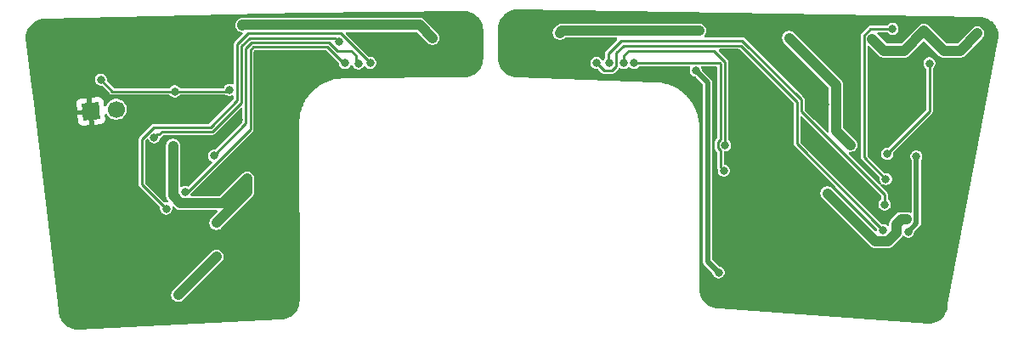
<source format=gbr>
%TF.GenerationSoftware,KiCad,Pcbnew,9.0.1*%
%TF.CreationDate,2025-06-09T02:27:09-04:00*%
%TF.ProjectId,Pneumatactors_1Xiao_3PiezoPumps_6Valves_TwoPiece,506e6575-6d61-4746-9163-746f72735f31,rev?*%
%TF.SameCoordinates,Original*%
%TF.FileFunction,Copper,L2,Bot*%
%TF.FilePolarity,Positive*%
%FSLAX46Y46*%
G04 Gerber Fmt 4.6, Leading zero omitted, Abs format (unit mm)*
G04 Created by KiCad (PCBNEW 9.0.1) date 2025-06-09 02:27:09*
%MOMM*%
%LPD*%
G01*
G04 APERTURE LIST*
G04 Aperture macros list*
%AMRotRect*
0 Rectangle, with rotation*
0 The origin of the aperture is its center*
0 $1 length*
0 $2 width*
0 $3 Rotation angle, in degrees counterclockwise*
0 Add horizontal line*
21,1,$1,$2,0,0,$3*%
G04 Aperture macros list end*
%TA.AperFunction,ComponentPad*%
%ADD10RotRect,1.700000X1.700000X95.000000*%
%TD*%
%TA.AperFunction,ComponentPad*%
%ADD11C,1.700000*%
%TD*%
%TA.AperFunction,ViaPad*%
%ADD12C,0.800000*%
%TD*%
%TA.AperFunction,Conductor*%
%ADD13C,1.000000*%
%TD*%
%TA.AperFunction,Conductor*%
%ADD14C,0.500000*%
%TD*%
%TA.AperFunction,Conductor*%
%ADD15C,0.250000*%
%TD*%
G04 APERTURE END LIST*
D10*
%TO.P,J1,1,Pin_1*%
%TO.N,GND*%
X145551665Y-65753375D03*
D11*
%TO.P,J1,2,Pin_2*%
%TO.N,5V*%
X148082000Y-65532000D03*
%TD*%
D12*
%TO.N,5V*%
X160655000Y-57150000D03*
X179578000Y-58420000D03*
X154262111Y-84034389D03*
X158066500Y-80230000D03*
%TO.N,Net-(D3-A)*%
X227797564Y-70242332D03*
X227007048Y-77724695D03*
%TO.N,Net-(D4-A)*%
X158066500Y-76864000D03*
X161150700Y-72441000D03*
X153748500Y-69177000D03*
%TO.N,GND*%
X181660800Y-61112400D03*
X164592000Y-65786000D03*
X180086000Y-56438800D03*
X173990000Y-58420000D03*
X156210000Y-70612000D03*
X154178000Y-85598000D03*
X143256000Y-72644000D03*
X155956000Y-56896000D03*
X145796000Y-58674000D03*
X158750000Y-60960000D03*
X160274000Y-66548000D03*
X163830000Y-71628000D03*
X144272000Y-82042000D03*
X163576000Y-81534000D03*
X167386000Y-61214000D03*
X141732000Y-64516000D03*
X151130000Y-62992000D03*
X177342800Y-58826400D03*
%TO.N,SCL*%
X159379213Y-63606520D03*
X146557144Y-62583448D03*
X153924000Y-63754000D03*
%TO.N,3V3*%
X223413205Y-58526795D03*
X228572575Y-57728125D03*
X233858823Y-57982125D03*
%TO.N,Net-(D1-K)*%
X205819688Y-61682389D03*
X208097953Y-81803514D03*
%TO.N,V3*%
X170271947Y-58836053D03*
X151873500Y-68326000D03*
%TO.N,V4*%
X173385000Y-60923800D03*
X153065000Y-75438000D03*
%TO.N,V5*%
X172212000Y-60960000D03*
X157812500Y-70160000D03*
%TO.N,V6*%
X154940000Y-73782000D03*
X170885000Y-60923800D03*
%TO.N,5V_1*%
X218948000Y-73914000D03*
X226846564Y-76476408D03*
X206168312Y-57697611D03*
X221234000Y-69088000D03*
X215138000Y-58420000D03*
X192278000Y-57912000D03*
%TO.N,GND_1*%
X215646000Y-56896000D03*
X190500000Y-56388000D03*
X215900000Y-73152000D03*
X221488000Y-66802000D03*
X224485200Y-65532000D03*
X230378000Y-83058000D03*
X230124000Y-77216000D03*
X229870000Y-68072000D03*
X206044800Y-64922400D03*
X227076000Y-63246000D03*
X218694000Y-65024000D03*
X224536000Y-60960000D03*
X210464400Y-62230000D03*
X212598000Y-68580000D03*
X232664000Y-63754000D03*
X210312000Y-83820000D03*
X233680000Y-65024000D03*
X212344000Y-65278000D03*
X220726000Y-80264000D03*
X197104000Y-56438800D03*
X213868000Y-58928000D03*
X229870000Y-69850000D03*
X221234000Y-85090000D03*
X193548000Y-59182000D03*
X187960000Y-60960000D03*
X211582000Y-80264000D03*
X221081600Y-72644000D03*
%TO.N,SDA_1*%
X224772532Y-72503449D03*
X225433470Y-57522530D03*
%TO.N,SCL_1*%
X224905466Y-69966930D03*
X229108000Y-60960000D03*
%TO.N,V6_1*%
X208629686Y-71657438D03*
X199701000Y-60923800D03*
%TO.N,V3_1*%
X195951000Y-60923800D03*
X224506666Y-77576487D03*
%TO.N,V5_1*%
X198652000Y-60923800D03*
X208762619Y-69120919D03*
%TO.N,V4_1*%
X224639599Y-75039968D03*
X197201000Y-60923800D03*
%TD*%
D13*
%TO.N,5V*%
X178301000Y-57143000D02*
X179578000Y-58420000D01*
X160655000Y-57150000D02*
X160662000Y-57143000D01*
X154262111Y-84034389D02*
X158066500Y-80230000D01*
X160662000Y-57143000D02*
X178301000Y-57143000D01*
D14*
%TO.N,Net-(D3-A)*%
X227797564Y-70242332D02*
X227797564Y-76934179D01*
X227797564Y-76934179D02*
X227007048Y-77724695D01*
D13*
%TO.N,Net-(D4-A)*%
X161150700Y-72441000D02*
X161150700Y-73779800D01*
X158708700Y-74883000D02*
X154483950Y-74883000D01*
X161150700Y-73779800D02*
X158066500Y-76864000D01*
X153748500Y-74147550D02*
X153748500Y-69177000D01*
X161150700Y-72441000D02*
X158708700Y-74883000D01*
X154483950Y-74883000D02*
X153748500Y-74147550D01*
D15*
%TO.N,SCL*%
X147727696Y-63754000D02*
X146557144Y-62583448D01*
X153924000Y-63754000D02*
X159231733Y-63754000D01*
X159231733Y-63754000D02*
X159379213Y-63606520D01*
X153924000Y-63754000D02*
X147727696Y-63754000D01*
D13*
%TO.N,3V3*%
X224576410Y-59690000D02*
X226610700Y-59690000D01*
X232150948Y-59690000D02*
X233858823Y-57982125D01*
X226610700Y-59690000D02*
X228572575Y-57728125D01*
X230534450Y-59690000D02*
X232150948Y-59690000D01*
X228572575Y-57728125D02*
X230534450Y-59690000D01*
X223413205Y-58526795D02*
X224576410Y-59690000D01*
D14*
%TO.N,Net-(D1-K)*%
X207010000Y-80715561D02*
X207010000Y-62872701D01*
X207010000Y-80715561D02*
X208097953Y-81803514D01*
X207010000Y-62872701D02*
X205819688Y-61682389D01*
D15*
%TO.N,V3*%
X152148500Y-68051000D02*
X152361030Y-68051000D01*
X160555213Y-64866977D02*
X160555213Y-59255376D01*
X152361030Y-68051000D02*
X152651030Y-67761000D01*
X151873500Y-68326000D02*
X152148500Y-68051000D01*
X160555213Y-59255376D02*
X161390589Y-58420000D01*
X152651030Y-67761000D02*
X157661190Y-67761000D01*
X157661190Y-67761000D02*
X160555213Y-64866977D01*
X169855894Y-58420000D02*
X170271947Y-58836053D01*
X161390589Y-58420000D02*
X169855894Y-58420000D01*
%TO.N,V4*%
X150628213Y-73001213D02*
X150628213Y-68544567D01*
X157474380Y-67310000D02*
X160104213Y-64680167D01*
X153065000Y-75438000D02*
X150628213Y-73001213D01*
X161203779Y-57969000D02*
X170430200Y-57969000D01*
X170430200Y-57969000D02*
X173385000Y-60923800D01*
X150628213Y-68544567D02*
X151862780Y-67310000D01*
X151862780Y-67310000D02*
X157474380Y-67310000D01*
X160104213Y-59068566D02*
X161203779Y-57969000D01*
X160104213Y-64680167D02*
X160104213Y-59068566D01*
%TO.N,V5*%
X161006213Y-59442186D02*
X161006213Y-66966287D01*
X171958000Y-60706000D02*
X171958000Y-60134610D01*
X169280174Y-58871000D02*
X161577399Y-58871000D01*
X161577399Y-58871000D02*
X161006213Y-59442186D01*
X172212000Y-60960000D02*
X171958000Y-60706000D01*
X170099174Y-59690000D02*
X169280174Y-58871000D01*
X161006213Y-66966287D02*
X157812500Y-70160000D01*
X171513390Y-59690000D02*
X170099174Y-59690000D01*
X171958000Y-60134610D02*
X171513390Y-59690000D01*
%TO.N,V6*%
X155217220Y-73782000D02*
X161457213Y-67542007D01*
X170695164Y-60923800D02*
X170885000Y-60923800D01*
X161457213Y-59628996D02*
X161764209Y-59322000D01*
X161764209Y-59322000D02*
X169093364Y-59322000D01*
X154940000Y-73782000D02*
X155217220Y-73782000D01*
X161457213Y-67542007D02*
X161457213Y-59628996D01*
X169093364Y-59322000D02*
X170695164Y-60923800D01*
D13*
%TO.N,5V_1*%
X226316156Y-76476408D02*
X226846564Y-76476408D01*
X218948000Y-73914000D02*
X223711487Y-78677487D01*
X219795000Y-67649000D02*
X221234000Y-69088000D01*
X225806000Y-77834203D02*
X225806000Y-76986564D01*
X192492389Y-57697611D02*
X206168312Y-57697611D01*
X225806000Y-76986564D02*
X226316156Y-76476408D01*
X219795000Y-63077000D02*
X219795000Y-67649000D01*
X223711487Y-78677487D02*
X224962716Y-78677487D01*
X224962716Y-78677487D02*
X225806000Y-77834203D01*
X215138000Y-58420000D02*
X219795000Y-63077000D01*
X192278000Y-57912000D02*
X192492389Y-57697611D01*
D15*
%TO.N,SDA_1*%
X225433470Y-57522530D02*
X223249330Y-57522530D01*
X222587205Y-58184655D02*
X222587205Y-70318122D01*
X223249330Y-57522530D02*
X222587205Y-58184655D01*
X222587205Y-70318122D02*
X224772532Y-72503449D01*
%TO.N,SCL_1*%
X229108000Y-60960000D02*
X229108000Y-65764396D01*
X229108000Y-65764396D02*
X224905466Y-69966930D01*
%TO.N,V6_1*%
X208240990Y-60923800D02*
X199701000Y-60923800D01*
X208036619Y-68820199D02*
X208280000Y-68576818D01*
X208280000Y-69665020D02*
X208036619Y-69421639D01*
X208280000Y-60962810D02*
X208240990Y-60923800D01*
X208280000Y-71307752D02*
X208280000Y-69665020D01*
X208629686Y-71657438D02*
X208280000Y-71307752D01*
X208280000Y-68576818D02*
X208280000Y-60962810D01*
X208036619Y-69421639D02*
X208036619Y-68820199D01*
%TO.N,V3_1*%
X197927000Y-61224520D02*
X197927000Y-59883000D01*
X196677000Y-61649800D02*
X197501720Y-61649800D01*
X198628000Y-59182000D02*
X210312000Y-59182000D01*
X197927000Y-59883000D02*
X198628000Y-59182000D01*
X210312000Y-59182000D02*
X215900000Y-64770000D01*
X197501720Y-61649800D02*
X197927000Y-61224520D01*
X215900000Y-68969821D02*
X224506666Y-77576487D01*
X195951000Y-60923800D02*
X196677000Y-61649800D01*
X215900000Y-64770000D02*
X215900000Y-68969821D01*
%TO.N,V5_1*%
X208762619Y-60807619D02*
X207645000Y-59690000D01*
X199136000Y-59690000D02*
X198652000Y-60174000D01*
X198652000Y-60174000D02*
X198652000Y-60923800D01*
X208762619Y-69120919D02*
X208762619Y-60807619D01*
X207645000Y-59690000D02*
X199136000Y-59690000D01*
%TO.N,V4_1*%
X217460000Y-66838000D02*
X216351000Y-65729000D01*
X197104000Y-60826800D02*
X197201000Y-60923800D01*
X217896000Y-67274000D02*
X217896000Y-67263280D01*
X210441810Y-58674000D02*
X198374000Y-58674000D01*
X197104000Y-59944000D02*
X197104000Y-60826800D01*
X217470720Y-66838000D02*
X217460000Y-66838000D01*
X224639599Y-75039968D02*
X224639599Y-74017599D01*
X224639599Y-74017599D02*
X217896000Y-67274000D01*
X216351000Y-64583190D02*
X210441810Y-58674000D01*
X198374000Y-58674000D02*
X197104000Y-59944000D01*
X216351000Y-65729000D02*
X216351000Y-64583190D01*
X217896000Y-67263280D02*
X217470720Y-66838000D01*
%TD*%
%TA.AperFunction,Conductor*%
%TO.N,GND_1*%
G36*
X188068282Y-55576554D02*
G01*
X224429132Y-56177913D01*
X234061333Y-56337712D01*
X234109090Y-56338557D01*
X234109277Y-56338615D01*
X234115006Y-56338803D01*
X234333130Y-56353095D01*
X234342623Y-56354087D01*
X234387047Y-56360475D01*
X234393517Y-56361582D01*
X234584467Y-56399561D01*
X234595184Y-56402195D01*
X234630416Y-56412540D01*
X234635238Y-56414066D01*
X234828240Y-56479578D01*
X234839884Y-56484201D01*
X234856168Y-56491638D01*
X234859485Y-56493212D01*
X235055937Y-56590089D01*
X235069978Y-56598197D01*
X235263601Y-56727571D01*
X235276470Y-56737445D01*
X235451547Y-56890983D01*
X235463016Y-56902452D01*
X235616554Y-57077529D01*
X235626428Y-57090398D01*
X235755802Y-57284021D01*
X235763913Y-57298068D01*
X235860771Y-57494481D01*
X235862354Y-57497816D01*
X235869802Y-57514126D01*
X235874426Y-57525777D01*
X235939911Y-57718695D01*
X235941469Y-57723619D01*
X235951804Y-57758819D01*
X235954444Y-57769563D01*
X235992411Y-57960454D01*
X235993531Y-57966998D01*
X235999908Y-58011356D01*
X236000905Y-58020893D01*
X236014428Y-58227267D01*
X236012519Y-58258493D01*
X230942700Y-84974805D01*
X230935462Y-84988944D01*
X230935462Y-85001355D01*
X230935357Y-85006461D01*
X230934521Y-85026746D01*
X230934218Y-85027639D01*
X230934361Y-85029748D01*
X230920904Y-85235111D01*
X230919907Y-85244648D01*
X230913530Y-85289006D01*
X230912410Y-85295550D01*
X230874440Y-85486453D01*
X230871799Y-85497198D01*
X230861473Y-85532366D01*
X230859916Y-85537289D01*
X230794424Y-85730228D01*
X230789799Y-85741882D01*
X230782362Y-85758167D01*
X230780780Y-85761499D01*
X230683913Y-85957931D01*
X230675802Y-85971978D01*
X230546428Y-86165601D01*
X230536554Y-86178470D01*
X230383016Y-86353547D01*
X230371547Y-86365016D01*
X230196470Y-86518554D01*
X230183601Y-86528428D01*
X229989978Y-86657802D01*
X229975931Y-86665913D01*
X229779517Y-86762771D01*
X229776182Y-86764354D01*
X229759872Y-86771802D01*
X229748221Y-86776426D01*
X229555303Y-86841911D01*
X229550379Y-86843469D01*
X229515179Y-86853804D01*
X229504435Y-86856444D01*
X229313544Y-86894411D01*
X229307000Y-86895531D01*
X229262642Y-86901908D01*
X229253105Y-86902905D01*
X229039553Y-86916898D01*
X229022439Y-86916836D01*
X208149613Y-85396854D01*
X208140555Y-85393462D01*
X208107107Y-85393462D01*
X208098999Y-85393197D01*
X207880887Y-85378904D01*
X207871350Y-85377907D01*
X207826992Y-85371530D01*
X207820448Y-85370410D01*
X207629545Y-85332440D01*
X207618800Y-85329799D01*
X207583632Y-85319473D01*
X207578709Y-85317916D01*
X207385770Y-85252424D01*
X207374116Y-85247799D01*
X207357831Y-85240362D01*
X207354499Y-85238780D01*
X207158068Y-85141913D01*
X207144021Y-85133802D01*
X206950398Y-85004428D01*
X206937529Y-84994554D01*
X206762452Y-84841016D01*
X206750983Y-84829547D01*
X206597445Y-84654470D01*
X206587571Y-84641601D01*
X206458197Y-84447978D01*
X206450089Y-84433937D01*
X206353211Y-84237484D01*
X206351662Y-84234220D01*
X206344193Y-84217865D01*
X206339572Y-84206221D01*
X206304461Y-84102784D01*
X206274074Y-84013263D01*
X206272542Y-84008420D01*
X206262189Y-83973158D01*
X206259559Y-83962458D01*
X206221584Y-83771526D01*
X206220472Y-83765031D01*
X206214085Y-83720604D01*
X206213095Y-83711133D01*
X206198803Y-83493005D01*
X206198538Y-83484898D01*
X206198538Y-83438118D01*
X206198442Y-83437238D01*
X206169237Y-67596326D01*
X206169505Y-67587985D01*
X206179462Y-67436952D01*
X206182531Y-67390393D01*
X206180444Y-67307481D01*
X206172352Y-66986052D01*
X206125504Y-66584309D01*
X206042373Y-66188479D01*
X206019632Y-66114423D01*
X206018337Y-66108707D01*
X206011891Y-66089212D01*
X205950730Y-65890034D01*
X205923649Y-65801840D01*
X205923646Y-65801832D01*
X205888551Y-65716174D01*
X205883981Y-65702350D01*
X205868705Y-65667734D01*
X205770305Y-65427562D01*
X205720364Y-65331581D01*
X205711189Y-65310789D01*
X205688944Y-65271193D01*
X205628493Y-65155012D01*
X205583619Y-65068767D01*
X205583616Y-65068762D01*
X205583615Y-65068760D01*
X205516344Y-64963966D01*
X205501560Y-64937649D01*
X205474462Y-64898722D01*
X205365120Y-64728390D01*
X205278045Y-64616566D01*
X205257037Y-64586387D01*
X205227264Y-64551352D01*
X205225639Y-64549265D01*
X205225639Y-64549264D01*
X205116624Y-64409265D01*
X205009230Y-64294567D01*
X205009230Y-64294566D01*
X205007185Y-64292382D01*
X204979882Y-64260254D01*
X204949616Y-64230898D01*
X204947589Y-64228733D01*
X204947568Y-64228712D01*
X204944933Y-64225898D01*
X204884832Y-64161709D01*
X204840184Y-64114024D01*
X204840181Y-64114021D01*
X204840178Y-64114018D01*
X204705639Y-63994257D01*
X204672663Y-63962271D01*
X204643935Y-63939329D01*
X204641454Y-63937121D01*
X204538078Y-63845099D01*
X204538056Y-63845082D01*
X204377153Y-63726172D01*
X204375273Y-63724783D01*
X204338225Y-63695197D01*
X204312926Y-63678708D01*
X204225938Y-63614422D01*
X204212790Y-63604705D01*
X204019396Y-63487325D01*
X204019394Y-63487324D01*
X204017711Y-63486302D01*
X203979665Y-63461506D01*
X203959541Y-63450995D01*
X203956129Y-63448924D01*
X203956128Y-63448923D01*
X203867030Y-63394846D01*
X203851907Y-63387455D01*
X203635037Y-63281463D01*
X203633829Y-63280872D01*
X203600302Y-63263361D01*
X203586838Y-63257904D01*
X203582957Y-63256007D01*
X203582944Y-63256002D01*
X203525528Y-63227942D01*
X203503641Y-63217245D01*
X203494343Y-63213706D01*
X203223932Y-63110786D01*
X203223932Y-63110785D01*
X203222639Y-63110292D01*
X203203651Y-63102597D01*
X203198027Y-63100926D01*
X203193681Y-63099272D01*
X203193679Y-63099271D01*
X203125642Y-63073376D01*
X203125622Y-63073369D01*
X202836461Y-62992484D01*
X202736117Y-62964415D01*
X202338320Y-62891273D01*
X202338310Y-62891272D01*
X201935526Y-62854550D01*
X201735558Y-62854563D01*
X201731044Y-62854481D01*
X188086265Y-62358289D01*
X188086103Y-62358283D01*
X188036435Y-62356412D01*
X188036221Y-62356340D01*
X188033012Y-62356235D01*
X187906144Y-62347922D01*
X187814887Y-62341943D01*
X187805350Y-62340946D01*
X187761006Y-62334571D01*
X187754462Y-62333451D01*
X187563541Y-62295478D01*
X187552795Y-62292837D01*
X187517648Y-62282517D01*
X187512727Y-62280960D01*
X187319762Y-62215461D01*
X187308104Y-62210834D01*
X187291829Y-62203401D01*
X187288501Y-62201821D01*
X187092059Y-62104951D01*
X187078012Y-62096841D01*
X186896107Y-61975300D01*
X186884388Y-61967470D01*
X186871522Y-61957598D01*
X186866413Y-61953118D01*
X186696438Y-61804055D01*
X186684969Y-61792586D01*
X186620256Y-61718797D01*
X186531424Y-61617506D01*
X186521552Y-61604641D01*
X186520677Y-61603332D01*
X186392175Y-61411016D01*
X186384067Y-61396974D01*
X186381095Y-61390947D01*
X186287162Y-61200473D01*
X186285599Y-61197178D01*
X186283138Y-61191790D01*
X186278176Y-61180924D01*
X186273555Y-61169283D01*
X186208045Y-60976299D01*
X186206492Y-60971388D01*
X186196163Y-60936210D01*
X186193534Y-60925516D01*
X186155556Y-60734587D01*
X186154436Y-60728048D01*
X186148054Y-60683665D01*
X186147062Y-60674166D01*
X186132803Y-60456622D01*
X186132538Y-60448609D01*
X186132500Y-60401019D01*
X186132500Y-60400194D01*
X186132507Y-60400170D01*
X186132500Y-60400104D01*
X186132531Y-57980996D01*
X191577499Y-57980996D01*
X191604418Y-58116322D01*
X191604421Y-58116332D01*
X191657222Y-58243807D01*
X191733887Y-58358545D01*
X191831454Y-58456112D01*
X191946192Y-58532777D01*
X192073667Y-58585578D01*
X192073672Y-58585580D01*
X192073676Y-58585580D01*
X192073677Y-58585581D01*
X192209003Y-58612500D01*
X192209006Y-58612500D01*
X192346996Y-58612500D01*
X192438040Y-58594389D01*
X192482328Y-58585580D01*
X192546069Y-58559177D01*
X192609807Y-58532777D01*
X192609808Y-58532776D01*
X192609811Y-58532775D01*
X192724543Y-58456114D01*
X192724546Y-58456111D01*
X192746228Y-58434430D01*
X192807551Y-58400945D01*
X192833909Y-58398111D01*
X197890200Y-58398111D01*
X197957239Y-58417796D01*
X198002994Y-58470600D01*
X198012938Y-58539758D01*
X197983913Y-58603314D01*
X197977881Y-58609792D01*
X196843537Y-59744135D01*
X196843533Y-59744141D01*
X196800681Y-59818362D01*
X196800680Y-59818362D01*
X196790089Y-59857895D01*
X196790089Y-59857896D01*
X196778500Y-59901146D01*
X196778500Y-60445702D01*
X196758815Y-60512741D01*
X196755931Y-60517031D01*
X196749765Y-60525798D01*
X196720480Y-60555084D01*
X196680616Y-60624129D01*
X196677431Y-60628660D01*
X196654256Y-60647107D01*
X196632821Y-60667546D01*
X196627224Y-60668624D01*
X196622766Y-60672174D01*
X196593299Y-60675163D01*
X196564214Y-60680770D01*
X196558922Y-60678651D01*
X196553253Y-60679227D01*
X196526846Y-60665810D01*
X196499349Y-60654802D01*
X196494762Y-60649508D01*
X196490962Y-60647578D01*
X196486535Y-60640014D01*
X196468613Y-60619331D01*
X196431522Y-60555087D01*
X196431518Y-60555082D01*
X196319717Y-60443281D01*
X196319709Y-60443275D01*
X196182790Y-60364226D01*
X196182786Y-60364224D01*
X196182784Y-60364223D01*
X196030057Y-60323300D01*
X195871943Y-60323300D01*
X195719216Y-60364223D01*
X195719209Y-60364226D01*
X195582290Y-60443275D01*
X195582282Y-60443281D01*
X195470481Y-60555082D01*
X195470475Y-60555090D01*
X195391426Y-60692009D01*
X195391423Y-60692016D01*
X195350500Y-60844743D01*
X195350500Y-61002857D01*
X195384900Y-61131237D01*
X195391423Y-61155583D01*
X195391426Y-61155590D01*
X195470475Y-61292509D01*
X195470479Y-61292514D01*
X195470480Y-61292516D01*
X195582284Y-61404320D01*
X195582286Y-61404321D01*
X195582290Y-61404324D01*
X195688200Y-61465470D01*
X195719216Y-61483377D01*
X195871943Y-61524300D01*
X195871945Y-61524300D01*
X196038185Y-61524300D01*
X196038185Y-61527483D01*
X196092398Y-61535902D01*
X196127302Y-61560429D01*
X196477138Y-61910265D01*
X196551361Y-61953118D01*
X196634147Y-61975300D01*
X196634149Y-61975300D01*
X197544571Y-61975300D01*
X197544573Y-61975300D01*
X197627359Y-61953118D01*
X197701582Y-61910265D01*
X198126859Y-61484986D01*
X198126862Y-61484985D01*
X198167980Y-61443866D01*
X198220170Y-61415370D01*
X198229297Y-61410386D01*
X198229298Y-61410386D01*
X198229300Y-61410385D01*
X198273191Y-61413525D01*
X198298988Y-61415370D01*
X198298989Y-61415370D01*
X198298992Y-61415371D01*
X198298995Y-61415373D01*
X198317655Y-61424164D01*
X198420216Y-61483377D01*
X198572943Y-61524300D01*
X198572945Y-61524300D01*
X198731055Y-61524300D01*
X198731057Y-61524300D01*
X198883784Y-61483377D01*
X199020716Y-61404320D01*
X199088819Y-61336217D01*
X199150142Y-61302732D01*
X199219834Y-61307716D01*
X199264181Y-61336217D01*
X199332284Y-61404320D01*
X199332286Y-61404321D01*
X199332290Y-61404324D01*
X199438200Y-61465470D01*
X199469216Y-61483377D01*
X199621943Y-61524300D01*
X199621945Y-61524300D01*
X199780055Y-61524300D01*
X199780057Y-61524300D01*
X199932784Y-61483377D01*
X200069716Y-61404320D01*
X200181520Y-61292516D01*
X200181520Y-61292515D01*
X200187267Y-61286769D01*
X200189512Y-61289014D01*
X200233855Y-61256621D01*
X200275830Y-61249300D01*
X205161560Y-61249300D01*
X205228599Y-61268985D01*
X205274354Y-61321789D01*
X205284298Y-61390947D01*
X205268948Y-61435299D01*
X205260111Y-61450604D01*
X205260111Y-61450605D01*
X205219188Y-61603332D01*
X205219188Y-61761446D01*
X205259064Y-61910263D01*
X205260111Y-61914172D01*
X205260114Y-61914179D01*
X205339163Y-62051098D01*
X205339167Y-62051103D01*
X205339168Y-62051105D01*
X205450972Y-62162909D01*
X205450974Y-62162910D01*
X205450978Y-62162913D01*
X205587897Y-62241962D01*
X205587904Y-62241966D01*
X205740631Y-62282889D01*
X205740633Y-62282889D01*
X205747787Y-62283831D01*
X205811684Y-62312096D01*
X205819285Y-62319089D01*
X206523181Y-63022985D01*
X206556666Y-63084308D01*
X206559500Y-63110666D01*
X206559500Y-80774869D01*
X206583712Y-80865233D01*
X206590200Y-80889446D01*
X206590200Y-80889447D01*
X206590201Y-80889448D01*
X206649511Y-80992175D01*
X206649513Y-80992177D01*
X207461252Y-81803916D01*
X207494737Y-81865239D01*
X207496509Y-81875407D01*
X207497451Y-81882564D01*
X207538376Y-82035297D01*
X207538379Y-82035304D01*
X207617428Y-82172223D01*
X207617432Y-82172228D01*
X207617433Y-82172230D01*
X207729237Y-82284034D01*
X207729239Y-82284035D01*
X207729243Y-82284038D01*
X207866162Y-82363087D01*
X207866169Y-82363091D01*
X208018896Y-82404014D01*
X208018898Y-82404014D01*
X208177008Y-82404014D01*
X208177010Y-82404014D01*
X208329737Y-82363091D01*
X208466669Y-82284034D01*
X208578473Y-82172230D01*
X208657530Y-82035298D01*
X208698453Y-81882571D01*
X208698453Y-81724457D01*
X208657530Y-81571730D01*
X208657526Y-81571723D01*
X208578477Y-81434804D01*
X208578471Y-81434796D01*
X208466670Y-81322995D01*
X208466662Y-81322989D01*
X208329743Y-81243940D01*
X208329739Y-81243938D01*
X208329737Y-81243937D01*
X208177010Y-81203014D01*
X208177003Y-81203012D01*
X208169846Y-81202070D01*
X208105950Y-81173801D01*
X208098355Y-81166813D01*
X207496819Y-80565277D01*
X207463334Y-80503954D01*
X207460500Y-80477596D01*
X207460500Y-62813394D01*
X207460500Y-62813392D01*
X207429799Y-62698815D01*
X207390332Y-62630457D01*
X207370489Y-62596087D01*
X206456388Y-61681986D01*
X206425291Y-61629912D01*
X206420188Y-61612889D01*
X206420188Y-61603332D01*
X206379265Y-61450605D01*
X206363193Y-61422767D01*
X206359038Y-61408907D01*
X206358918Y-61387854D01*
X206353957Y-61367399D01*
X206358725Y-61353621D01*
X206358643Y-61339039D01*
X206369923Y-61321265D01*
X206376809Y-61301372D01*
X206388271Y-61292357D01*
X206396085Y-61280048D01*
X206415182Y-61271195D01*
X206431731Y-61258182D01*
X206451458Y-61254379D01*
X206459475Y-61250664D01*
X206466038Y-61251569D01*
X206477816Y-61249300D01*
X207830500Y-61249300D01*
X207897539Y-61268985D01*
X207943294Y-61321789D01*
X207954500Y-61373300D01*
X207954500Y-68390629D01*
X207934815Y-68457668D01*
X207918181Y-68478310D01*
X207776156Y-68620334D01*
X207776152Y-68620340D01*
X207733300Y-68694560D01*
X207726217Y-68720998D01*
X207726217Y-68720999D01*
X207717857Y-68752201D01*
X207711119Y-68777346D01*
X207711119Y-69378786D01*
X207711119Y-69464492D01*
X207716992Y-69486410D01*
X207733301Y-69547279D01*
X207758042Y-69590132D01*
X207776154Y-69621501D01*
X207918182Y-69763528D01*
X207951666Y-69824849D01*
X207954500Y-69851208D01*
X207954500Y-71350604D01*
X207976683Y-71433394D01*
X208013934Y-71497914D01*
X208030407Y-71565814D01*
X208029487Y-71576096D01*
X208029186Y-71578382D01*
X208029186Y-71736494D01*
X208070109Y-71889221D01*
X208070112Y-71889228D01*
X208149161Y-72026147D01*
X208149165Y-72026152D01*
X208149166Y-72026154D01*
X208260970Y-72137958D01*
X208260972Y-72137959D01*
X208260976Y-72137962D01*
X208379736Y-72206527D01*
X208397902Y-72217015D01*
X208550629Y-72257938D01*
X208550631Y-72257938D01*
X208708741Y-72257938D01*
X208708743Y-72257938D01*
X208861470Y-72217015D01*
X208998402Y-72137958D01*
X209110206Y-72026154D01*
X209189263Y-71889222D01*
X209230186Y-71736495D01*
X209230186Y-71578381D01*
X209189263Y-71425654D01*
X209145934Y-71350605D01*
X209110210Y-71288728D01*
X209110204Y-71288720D01*
X208998403Y-71176919D01*
X208998395Y-71176913D01*
X208861476Y-71097864D01*
X208861472Y-71097862D01*
X208861470Y-71097861D01*
X208708743Y-71056938D01*
X208708742Y-71056938D01*
X208700893Y-71054835D01*
X208701559Y-71052346D01*
X208649390Y-71029249D01*
X208610936Y-70970913D01*
X208605500Y-70934600D01*
X208605500Y-69845419D01*
X208625185Y-69778380D01*
X208677989Y-69732625D01*
X208729500Y-69721419D01*
X208841674Y-69721419D01*
X208841676Y-69721419D01*
X208994403Y-69680496D01*
X209131335Y-69601439D01*
X209243139Y-69489635D01*
X209322196Y-69352703D01*
X209363119Y-69199976D01*
X209363119Y-69041862D01*
X209322196Y-68889135D01*
X209266408Y-68792506D01*
X209243143Y-68752209D01*
X209243137Y-68752201D01*
X209125588Y-68634652D01*
X209127826Y-68632413D01*
X209095417Y-68587999D01*
X209088119Y-68546088D01*
X209088119Y-60764768D01*
X209088119Y-60764766D01*
X209071712Y-60703534D01*
X209065937Y-60681980D01*
X209023084Y-60607757D01*
X208134508Y-59719181D01*
X208101023Y-59657858D01*
X208106007Y-59588166D01*
X208147879Y-59532233D01*
X208213343Y-59507816D01*
X208222189Y-59507500D01*
X210125811Y-59507500D01*
X210192850Y-59527185D01*
X210213492Y-59543819D01*
X215538181Y-64868508D01*
X215571666Y-64929831D01*
X215574500Y-64956189D01*
X215574500Y-69012673D01*
X215596682Y-69095461D01*
X215615608Y-69128241D01*
X215639535Y-69169683D01*
X219763077Y-73293225D01*
X223870036Y-77400183D01*
X223884798Y-77427218D01*
X223901402Y-77453168D01*
X223901799Y-77458353D01*
X223903521Y-77461506D01*
X223906355Y-77488113D01*
X223906337Y-77496789D01*
X223906166Y-77497430D01*
X223906166Y-77582395D01*
X223896223Y-77616005D01*
X223886481Y-77649185D01*
X223886383Y-77649269D01*
X223886347Y-77649394D01*
X223859890Y-77672225D01*
X223833677Y-77694940D01*
X223833549Y-77694958D01*
X223833451Y-77695043D01*
X223799073Y-77699915D01*
X223764519Y-77704884D01*
X223764400Y-77704829D01*
X223764273Y-77704848D01*
X223732783Y-77690390D01*
X223700963Y-77675859D01*
X223700799Y-77675706D01*
X223700776Y-77675696D01*
X223700758Y-77675668D01*
X223694485Y-77669827D01*
X219394545Y-73369887D01*
X219279807Y-73293222D01*
X219152332Y-73240421D01*
X219152322Y-73240418D01*
X219016996Y-73213500D01*
X219016994Y-73213500D01*
X218879006Y-73213500D01*
X218879004Y-73213500D01*
X218743677Y-73240418D01*
X218743667Y-73240421D01*
X218616192Y-73293222D01*
X218501454Y-73369887D01*
X218403887Y-73467454D01*
X218327222Y-73582192D01*
X218274421Y-73709667D01*
X218274418Y-73709677D01*
X218247500Y-73845003D01*
X218247500Y-73845006D01*
X218247500Y-73982994D01*
X218247500Y-73982996D01*
X218247499Y-73982996D01*
X218274418Y-74118322D01*
X218274421Y-74118332D01*
X218327222Y-74245807D01*
X218403887Y-74360545D01*
X223264941Y-79221599D01*
X223379679Y-79298264D01*
X223507154Y-79351065D01*
X223507159Y-79351067D01*
X223507163Y-79351067D01*
X223507164Y-79351068D01*
X223642490Y-79377987D01*
X223642493Y-79377987D01*
X225031712Y-79377987D01*
X225122756Y-79359876D01*
X225167044Y-79351067D01*
X225230785Y-79324664D01*
X225294523Y-79298264D01*
X225294524Y-79298263D01*
X225294527Y-79298262D01*
X225409259Y-79221601D01*
X226350114Y-78280746D01*
X226411867Y-78188324D01*
X226465479Y-78143519D01*
X226534804Y-78134812D01*
X226597832Y-78164966D01*
X226602651Y-78169534D01*
X226638332Y-78205215D01*
X226638334Y-78205216D01*
X226638338Y-78205219D01*
X226769157Y-78280746D01*
X226775264Y-78284272D01*
X226927991Y-78325195D01*
X226927993Y-78325195D01*
X227086103Y-78325195D01*
X227086105Y-78325195D01*
X227238832Y-78284272D01*
X227375764Y-78205215D01*
X227487568Y-78093411D01*
X227566625Y-77956479D01*
X227607548Y-77803752D01*
X227607548Y-77803739D01*
X227608489Y-77796596D01*
X227636755Y-77732698D01*
X227643736Y-77725109D01*
X228158053Y-77210793D01*
X228202561Y-77133703D01*
X228217363Y-77108065D01*
X228248064Y-76993488D01*
X228248064Y-70692262D01*
X228267749Y-70625223D01*
X228273692Y-70616770D01*
X228278076Y-70611055D01*
X228278084Y-70611048D01*
X228283156Y-70602264D01*
X228326894Y-70526506D01*
X228357141Y-70474116D01*
X228398064Y-70321389D01*
X228398064Y-70163275D01*
X228357141Y-70010548D01*
X228315751Y-69938857D01*
X228278088Y-69873622D01*
X228278082Y-69873614D01*
X228166281Y-69761813D01*
X228166273Y-69761807D01*
X228029354Y-69682758D01*
X228029350Y-69682756D01*
X228029348Y-69682755D01*
X227876621Y-69641832D01*
X227718507Y-69641832D01*
X227565780Y-69682755D01*
X227565773Y-69682758D01*
X227428854Y-69761807D01*
X227428846Y-69761813D01*
X227317045Y-69873614D01*
X227317039Y-69873622D01*
X227237990Y-70010541D01*
X227237987Y-70010548D01*
X227197064Y-70163275D01*
X227197064Y-70321389D01*
X227230842Y-70447448D01*
X227237987Y-70474115D01*
X227237990Y-70474122D01*
X227317037Y-70611038D01*
X227317041Y-70611044D01*
X227317044Y-70611048D01*
X227317046Y-70611050D01*
X227321436Y-70616770D01*
X227346633Y-70681938D01*
X227347064Y-70692262D01*
X227347064Y-75739926D01*
X227327379Y-75806965D01*
X227274575Y-75852720D01*
X227205417Y-75862664D01*
X227175612Y-75854488D01*
X227123734Y-75833000D01*
X227050892Y-75802828D01*
X227050887Y-75802827D01*
X227050886Y-75802826D01*
X226915559Y-75775908D01*
X226915557Y-75775908D01*
X226385150Y-75775908D01*
X226247163Y-75775908D01*
X226247161Y-75775908D01*
X226111833Y-75802826D01*
X226111823Y-75802829D01*
X225984348Y-75855630D01*
X225869610Y-75932295D01*
X225261887Y-76540018D01*
X225185222Y-76654756D01*
X225132421Y-76782231D01*
X225132418Y-76782243D01*
X225111610Y-76886850D01*
X225111609Y-76886857D01*
X225109750Y-76896207D01*
X225105500Y-76917571D01*
X225105500Y-77029374D01*
X225105386Y-77032034D01*
X225094938Y-77062689D01*
X225085815Y-77093762D01*
X225083735Y-77095563D01*
X225082848Y-77098169D01*
X225057478Y-77118315D01*
X225033011Y-77139517D01*
X225030288Y-77139908D01*
X225028133Y-77141620D01*
X224995912Y-77144851D01*
X224963853Y-77149461D01*
X224961349Y-77148317D01*
X224958612Y-77148592D01*
X224929762Y-77133892D01*
X224900297Y-77120436D01*
X224896604Y-77116997D01*
X224896358Y-77116872D01*
X224896225Y-77116644D01*
X224893819Y-77114404D01*
X224875383Y-77095968D01*
X224875375Y-77095962D01*
X224738456Y-77016913D01*
X224738452Y-77016911D01*
X224738450Y-77016910D01*
X224585723Y-76975987D01*
X224427609Y-76975987D01*
X224419482Y-76975987D01*
X224419482Y-76972821D01*
X224365159Y-76964333D01*
X224330362Y-76939857D01*
X216261819Y-68871313D01*
X216228334Y-68809990D01*
X216225500Y-68783632D01*
X216225500Y-66363188D01*
X216245185Y-66296149D01*
X216297989Y-66250394D01*
X216367147Y-66240450D01*
X216430703Y-66269475D01*
X216437181Y-66275507D01*
X217199533Y-67037859D01*
X217199535Y-67037862D01*
X217260138Y-67098465D01*
X217271260Y-67104886D01*
X217282389Y-67111311D01*
X217291960Y-67119878D01*
X217292993Y-67121543D01*
X217297045Y-67124652D01*
X217609346Y-67436952D01*
X217629052Y-67462633D01*
X217635536Y-67473864D01*
X224277780Y-74116107D01*
X224311265Y-74177430D01*
X224314099Y-74203788D01*
X224314099Y-74465137D01*
X224294414Y-74532176D01*
X224275581Y-74552652D01*
X224276630Y-74553701D01*
X224159080Y-74671250D01*
X224159074Y-74671258D01*
X224080025Y-74808177D01*
X224080022Y-74808184D01*
X224039099Y-74960911D01*
X224039099Y-75119025D01*
X224072195Y-75242539D01*
X224080022Y-75271751D01*
X224080025Y-75271758D01*
X224159074Y-75408677D01*
X224159078Y-75408682D01*
X224159079Y-75408684D01*
X224270883Y-75520488D01*
X224270885Y-75520489D01*
X224270889Y-75520492D01*
X224392086Y-75590464D01*
X224407815Y-75599545D01*
X224560542Y-75640468D01*
X224560544Y-75640468D01*
X224718654Y-75640468D01*
X224718656Y-75640468D01*
X224871383Y-75599545D01*
X225008315Y-75520488D01*
X225120119Y-75408684D01*
X225199176Y-75271752D01*
X225240099Y-75119025D01*
X225240099Y-74960911D01*
X225199176Y-74808184D01*
X225170190Y-74757978D01*
X225120123Y-74671258D01*
X225120117Y-74671250D01*
X225002568Y-74553701D01*
X225004806Y-74551462D01*
X224972397Y-74507048D01*
X224965099Y-74465137D01*
X224965099Y-73974748D01*
X224965099Y-73974746D01*
X224950019Y-73918466D01*
X224950019Y-73918464D01*
X224942918Y-73891962D01*
X224942917Y-73891960D01*
X224900064Y-73817737D01*
X224271239Y-73188912D01*
X224237754Y-73127589D01*
X224242738Y-73057897D01*
X224284610Y-73001964D01*
X224350074Y-72977547D01*
X224418347Y-72992399D01*
X224420920Y-72993844D01*
X224439794Y-73004741D01*
X224540748Y-73063026D01*
X224693475Y-73103949D01*
X224693477Y-73103949D01*
X224851587Y-73103949D01*
X224851589Y-73103949D01*
X225004316Y-73063026D01*
X225141248Y-72983969D01*
X225253052Y-72872165D01*
X225332109Y-72735233D01*
X225373032Y-72582506D01*
X225373032Y-72424392D01*
X225332109Y-72271665D01*
X225294502Y-72206527D01*
X225253056Y-72134739D01*
X225253050Y-72134731D01*
X225141249Y-72022930D01*
X225141241Y-72022924D01*
X225004322Y-71943875D01*
X225004318Y-71943873D01*
X225004316Y-71943872D01*
X224851589Y-71902949D01*
X224693475Y-71902949D01*
X224685348Y-71902949D01*
X224685348Y-71899781D01*
X224631036Y-71891300D01*
X224596229Y-71866819D01*
X222949024Y-70219614D01*
X222915539Y-70158291D01*
X222912705Y-70131933D01*
X222912705Y-69887873D01*
X224304966Y-69887873D01*
X224304966Y-70045987D01*
X224341758Y-70183295D01*
X224345889Y-70198713D01*
X224345892Y-70198720D01*
X224424941Y-70335639D01*
X224424945Y-70335644D01*
X224424946Y-70335646D01*
X224536750Y-70447450D01*
X224536752Y-70447451D01*
X224536756Y-70447454D01*
X224658923Y-70517986D01*
X224673682Y-70526507D01*
X224826409Y-70567430D01*
X224826411Y-70567430D01*
X224984521Y-70567430D01*
X224984523Y-70567430D01*
X225137250Y-70526507D01*
X225274182Y-70447450D01*
X225385986Y-70335646D01*
X225465043Y-70198714D01*
X225505966Y-70045987D01*
X225505966Y-69887873D01*
X225505966Y-69879745D01*
X225509146Y-69879745D01*
X225517578Y-69825509D01*
X225542092Y-69790629D01*
X229297652Y-66035068D01*
X229297657Y-66035065D01*
X229307860Y-66024861D01*
X229307862Y-66024861D01*
X229368465Y-65964258D01*
X229411318Y-65890034D01*
X229420802Y-65854639D01*
X229433501Y-65807248D01*
X229433501Y-65721543D01*
X229433500Y-65721539D01*
X229433500Y-61534830D01*
X229453185Y-61467791D01*
X229472022Y-61447320D01*
X229470969Y-61446267D01*
X229529382Y-61387854D01*
X229588520Y-61328716D01*
X229667577Y-61191784D01*
X229708500Y-61039057D01*
X229708500Y-60880943D01*
X229667577Y-60728216D01*
X229667480Y-60728048D01*
X229588524Y-60591290D01*
X229588518Y-60591282D01*
X229476717Y-60479481D01*
X229476709Y-60479475D01*
X229339790Y-60400426D01*
X229339786Y-60400424D01*
X229339784Y-60400423D01*
X229187057Y-60359500D01*
X229028943Y-60359500D01*
X228876216Y-60400423D01*
X228876209Y-60400426D01*
X228739290Y-60479475D01*
X228739282Y-60479481D01*
X228627481Y-60591282D01*
X228627475Y-60591290D01*
X228548426Y-60728209D01*
X228548423Y-60728216D01*
X228507500Y-60880943D01*
X228507500Y-61039057D01*
X228542392Y-61169274D01*
X228548423Y-61191783D01*
X228548426Y-61191790D01*
X228627475Y-61328709D01*
X228627481Y-61328717D01*
X228745031Y-61446267D01*
X228742785Y-61448512D01*
X228775179Y-61492855D01*
X228782500Y-61534830D01*
X228782500Y-65578206D01*
X228762815Y-65645245D01*
X228746181Y-65665887D01*
X225081767Y-69330300D01*
X225020444Y-69363785D01*
X224992650Y-69364944D01*
X224992650Y-69366430D01*
X224826409Y-69366430D01*
X224673682Y-69407353D01*
X224673675Y-69407356D01*
X224536756Y-69486405D01*
X224536748Y-69486411D01*
X224424947Y-69598212D01*
X224424941Y-69598220D01*
X224345892Y-69735139D01*
X224345889Y-69735146D01*
X224304966Y-69887873D01*
X222912705Y-69887873D01*
X222912705Y-59316314D01*
X222932390Y-59249275D01*
X222985194Y-59203520D01*
X223054352Y-59193576D01*
X223117908Y-59222601D01*
X223124386Y-59228633D01*
X224129861Y-60234109D01*
X224129864Y-60234112D01*
X224175111Y-60264345D01*
X224175110Y-60264345D01*
X224244588Y-60310768D01*
X224244592Y-60310770D01*
X224244599Y-60310775D01*
X224334742Y-60348113D01*
X224372081Y-60363580D01*
X224399001Y-60368934D01*
X224487705Y-60386578D01*
X224507416Y-60390500D01*
X224507417Y-60390500D01*
X226679696Y-60390500D01*
X226788157Y-60368925D01*
X226815028Y-60363580D01*
X226878769Y-60337177D01*
X226942507Y-60310777D01*
X226942508Y-60310776D01*
X226942511Y-60310775D01*
X227057243Y-60234114D01*
X228484894Y-58806463D01*
X228546217Y-58772978D01*
X228615909Y-58777962D01*
X228660256Y-58806463D01*
X230087903Y-60234111D01*
X230087904Y-60234112D01*
X230202640Y-60310776D01*
X230301240Y-60351617D01*
X230330121Y-60363580D01*
X230330122Y-60363580D01*
X230330127Y-60363582D01*
X230356995Y-60368925D01*
X230357001Y-60368926D01*
X230357041Y-60368934D01*
X230445947Y-60386619D01*
X230465456Y-60390500D01*
X230465457Y-60390500D01*
X232219944Y-60390500D01*
X232328405Y-60368925D01*
X232355276Y-60363580D01*
X232419017Y-60337177D01*
X232482755Y-60310777D01*
X232482756Y-60310776D01*
X232482759Y-60310775D01*
X232597491Y-60234114D01*
X234402937Y-58428668D01*
X234479598Y-58313936D01*
X234532403Y-58186453D01*
X234547046Y-58112837D01*
X234559323Y-58051121D01*
X234559323Y-57913128D01*
X234532404Y-57777802D01*
X234532403Y-57777801D01*
X234532403Y-57777797D01*
X234519407Y-57746421D01*
X234479600Y-57650317D01*
X234402935Y-57535579D01*
X234305368Y-57438012D01*
X234190630Y-57361347D01*
X234063155Y-57308546D01*
X234063145Y-57308543D01*
X233927819Y-57281625D01*
X233927817Y-57281625D01*
X233789829Y-57281625D01*
X233789827Y-57281625D01*
X233654500Y-57308543D01*
X233654490Y-57308546D01*
X233527015Y-57361347D01*
X233412277Y-57438012D01*
X233412276Y-57438013D01*
X231897110Y-58953181D01*
X231835787Y-58986666D01*
X231809429Y-58989500D01*
X230875969Y-58989500D01*
X230808930Y-58969815D01*
X230788288Y-58953181D01*
X229019121Y-57184013D01*
X229019120Y-57184012D01*
X228904382Y-57107347D01*
X228776907Y-57054546D01*
X228776897Y-57054543D01*
X228641571Y-57027625D01*
X228641569Y-57027625D01*
X228503581Y-57027625D01*
X228503576Y-57027625D01*
X228390697Y-57050078D01*
X228368248Y-57054544D01*
X228368244Y-57054545D01*
X228240765Y-57107348D01*
X228126029Y-57184012D01*
X228126028Y-57184013D01*
X226356862Y-58953181D01*
X226295539Y-58986666D01*
X226269181Y-58989500D01*
X224917929Y-58989500D01*
X224850890Y-58969815D01*
X224830248Y-58953181D01*
X223936779Y-58059711D01*
X223903294Y-57998388D01*
X223908278Y-57928696D01*
X223950150Y-57872763D01*
X224015614Y-57848346D01*
X224024460Y-57848030D01*
X224858640Y-57848030D01*
X224925679Y-57867715D01*
X224946149Y-57886552D01*
X224947203Y-57885499D01*
X224952950Y-57891246D01*
X225064754Y-58003050D01*
X225064756Y-58003051D01*
X225064760Y-58003054D01*
X225201679Y-58082103D01*
X225201686Y-58082107D01*
X225354413Y-58123030D01*
X225354415Y-58123030D01*
X225512525Y-58123030D01*
X225512527Y-58123030D01*
X225665254Y-58082107D01*
X225802186Y-58003050D01*
X225913990Y-57891246D01*
X225993047Y-57754314D01*
X226033970Y-57601587D01*
X226033970Y-57443473D01*
X225993047Y-57290746D01*
X225970140Y-57251069D01*
X225913994Y-57153820D01*
X225913988Y-57153812D01*
X225802187Y-57042011D01*
X225802179Y-57042005D01*
X225665260Y-56962956D01*
X225665256Y-56962954D01*
X225665254Y-56962953D01*
X225512527Y-56922030D01*
X225354413Y-56922030D01*
X225201686Y-56962953D01*
X225201679Y-56962956D01*
X225064760Y-57042005D01*
X225064752Y-57042011D01*
X224947203Y-57159561D01*
X224944957Y-57157315D01*
X224900615Y-57189709D01*
X224858640Y-57197030D01*
X223206477Y-57197030D01*
X223123689Y-57219212D01*
X223049468Y-57262065D01*
X223049465Y-57262067D01*
X222326742Y-57984790D01*
X222326740Y-57984793D01*
X222283887Y-58059016D01*
X222274957Y-58092344D01*
X222274957Y-58092345D01*
X222274956Y-58092344D01*
X222261705Y-58141800D01*
X222261705Y-70360974D01*
X222283887Y-70443762D01*
X222305313Y-70480872D01*
X222326740Y-70517984D01*
X222326742Y-70517986D01*
X224135902Y-72327146D01*
X224169387Y-72388469D01*
X224170549Y-72416265D01*
X224172032Y-72416265D01*
X224172032Y-72582505D01*
X224212955Y-72735232D01*
X224212955Y-72735233D01*
X224282137Y-72855061D01*
X224298609Y-72922961D01*
X224275756Y-72988988D01*
X224220834Y-73032178D01*
X224151281Y-73038819D01*
X224089179Y-73006802D01*
X224087068Y-73004741D01*
X221082507Y-70000180D01*
X221049022Y-69938857D01*
X221054006Y-69869165D01*
X221095878Y-69813232D01*
X221161342Y-69788815D01*
X221170188Y-69788499D01*
X221302995Y-69788499D01*
X221302996Y-69788498D01*
X221438328Y-69761580D01*
X221565811Y-69708774D01*
X221680543Y-69632113D01*
X221778113Y-69534543D01*
X221854774Y-69419811D01*
X221907580Y-69292328D01*
X221934499Y-69156994D01*
X221934499Y-69019006D01*
X221907580Y-68883671D01*
X221854774Y-68756189D01*
X221854772Y-68756186D01*
X221854770Y-68756182D01*
X221778113Y-68641456D01*
X220531819Y-67395162D01*
X220498334Y-67333839D01*
X220495500Y-67307481D01*
X220495500Y-63008006D01*
X220489155Y-62976112D01*
X220489155Y-62976109D01*
X220472280Y-62891273D01*
X220468580Y-62872672D01*
X220467592Y-62870286D01*
X220415777Y-62745192D01*
X220339112Y-62630454D01*
X215584545Y-57875887D01*
X215469807Y-57799222D01*
X215342332Y-57746421D01*
X215342322Y-57746418D01*
X215206996Y-57719500D01*
X215206994Y-57719500D01*
X215069006Y-57719500D01*
X215069004Y-57719500D01*
X214933677Y-57746418D01*
X214933667Y-57746421D01*
X214806192Y-57799222D01*
X214691454Y-57875887D01*
X214593887Y-57973454D01*
X214517222Y-58088192D01*
X214464421Y-58215667D01*
X214464418Y-58215677D01*
X214437500Y-58351003D01*
X214437500Y-58351006D01*
X214437500Y-58488994D01*
X214437500Y-58488996D01*
X214437499Y-58488996D01*
X214464418Y-58624322D01*
X214464421Y-58624332D01*
X214517222Y-58751807D01*
X214593887Y-58866545D01*
X214593888Y-58866546D01*
X219058181Y-63330838D01*
X219091666Y-63392161D01*
X219094500Y-63418519D01*
X219094500Y-67712811D01*
X219074815Y-67779850D01*
X219022011Y-67825605D01*
X218952853Y-67835549D01*
X218889297Y-67806524D01*
X218882819Y-67800492D01*
X218182653Y-67100326D01*
X218177925Y-67095328D01*
X218169363Y-67085759D01*
X218156465Y-67063418D01*
X218095862Y-67002815D01*
X218095859Y-67002813D01*
X218089096Y-66996050D01*
X218089088Y-66996041D01*
X217670584Y-66577536D01*
X217659350Y-66571050D01*
X217633671Y-66551345D01*
X216712819Y-65630492D01*
X216679334Y-65569169D01*
X216676500Y-65542811D01*
X216676500Y-64636045D01*
X216676501Y-64636032D01*
X216676501Y-64540338D01*
X216675445Y-64536397D01*
X216654318Y-64457552D01*
X216626439Y-64409264D01*
X216611465Y-64383328D01*
X216550862Y-64322725D01*
X216550859Y-64322723D01*
X210641672Y-58413535D01*
X210604560Y-58392108D01*
X210567450Y-58370682D01*
X210522145Y-58358543D01*
X210484663Y-58348500D01*
X210484662Y-58348500D01*
X206806899Y-58348500D01*
X206739860Y-58328815D01*
X206694105Y-58276011D01*
X206684161Y-58206853D01*
X206709438Y-58149483D01*
X206709042Y-58149218D01*
X206710549Y-58146961D01*
X206711046Y-58145835D01*
X206712426Y-58144153D01*
X206789083Y-58029428D01*
X206789083Y-58029427D01*
X206789087Y-58029422D01*
X206841892Y-57901939D01*
X206856611Y-57827944D01*
X206868812Y-57766606D01*
X206868812Y-57628615D01*
X206841893Y-57493288D01*
X206841892Y-57493287D01*
X206841892Y-57493283D01*
X206836820Y-57481038D01*
X206789090Y-57365806D01*
X206789083Y-57365793D01*
X206712426Y-57251069D01*
X206712423Y-57251065D01*
X206614857Y-57153499D01*
X206614853Y-57153496D01*
X206500129Y-57076839D01*
X206500116Y-57076832D01*
X206372644Y-57024032D01*
X206372634Y-57024029D01*
X206237307Y-56997111D01*
X206237305Y-56997111D01*
X192561383Y-56997111D01*
X192423395Y-56997111D01*
X192423393Y-56997111D01*
X192288066Y-57024029D01*
X192288056Y-57024032D01*
X192160581Y-57076833D01*
X192045843Y-57153498D01*
X191733887Y-57465454D01*
X191657222Y-57580192D01*
X191604421Y-57707667D01*
X191604418Y-57707677D01*
X191577500Y-57843003D01*
X191577500Y-57843006D01*
X191577500Y-57980994D01*
X191577500Y-57980996D01*
X191577499Y-57980996D01*
X186132531Y-57980996D01*
X186132537Y-57485070D01*
X186132800Y-57477025D01*
X186147096Y-57258861D01*
X186148087Y-57249381D01*
X186154476Y-57204940D01*
X186155580Y-57198494D01*
X186193563Y-57007521D01*
X186196192Y-56996826D01*
X186206549Y-56961555D01*
X186208056Y-56956788D01*
X186273583Y-56763745D01*
X186278194Y-56752129D01*
X186285655Y-56735794D01*
X186287219Y-56732500D01*
X186384087Y-56536069D01*
X186392192Y-56522027D01*
X186521576Y-56328389D01*
X186531438Y-56315537D01*
X186684988Y-56140446D01*
X186696446Y-56128988D01*
X186871537Y-55975438D01*
X186884398Y-55965571D01*
X187078027Y-55836193D01*
X187092061Y-55828090D01*
X187288561Y-55731188D01*
X187291655Y-55729718D01*
X187308157Y-55722182D01*
X187319759Y-55717579D01*
X187512764Y-55652065D01*
X187517551Y-55650550D01*
X187552851Y-55640186D01*
X187563530Y-55637561D01*
X187754486Y-55599581D01*
X187760956Y-55598474D01*
X187805400Y-55592085D01*
X187814861Y-55591096D01*
X188019870Y-55577662D01*
X188032995Y-55576803D01*
X188041102Y-55576538D01*
X188066263Y-55576538D01*
X188068282Y-55576554D01*
G37*
%TD.AperFunction*%
%TD*%
%TA.AperFunction,Conductor*%
%TO.N,GND*%
G36*
X160600047Y-65384983D02*
G01*
X160655980Y-65426855D01*
X160680397Y-65492319D01*
X160680713Y-65501165D01*
X160680713Y-66780097D01*
X160661028Y-66847136D01*
X160644394Y-66867778D01*
X157988801Y-69523370D01*
X157927478Y-69556855D01*
X157899684Y-69558014D01*
X157899684Y-69559500D01*
X157733443Y-69559500D01*
X157580716Y-69600423D01*
X157580709Y-69600426D01*
X157443790Y-69679475D01*
X157443782Y-69679481D01*
X157331981Y-69791282D01*
X157331975Y-69791290D01*
X157252926Y-69928209D01*
X157252923Y-69928216D01*
X157212000Y-70080943D01*
X157212000Y-70239056D01*
X157252923Y-70391783D01*
X157252926Y-70391790D01*
X157331975Y-70528709D01*
X157331979Y-70528714D01*
X157331980Y-70528716D01*
X157443784Y-70640520D01*
X157443786Y-70640521D01*
X157443790Y-70640524D01*
X157587754Y-70723641D01*
X157586697Y-70725470D01*
X157632379Y-70762280D01*
X157654447Y-70828573D01*
X157637170Y-70896273D01*
X157618207Y-70920685D01*
X155330790Y-73208101D01*
X155269467Y-73241586D01*
X155199775Y-73236602D01*
X155181108Y-73227806D01*
X155171788Y-73222425D01*
X155171786Y-73222424D01*
X155171784Y-73222423D01*
X155019057Y-73181500D01*
X154860943Y-73181500D01*
X154708216Y-73222423D01*
X154708215Y-73222423D01*
X154634999Y-73264694D01*
X154567098Y-73281165D01*
X154501072Y-73258313D01*
X154457882Y-73203391D01*
X154449000Y-73157306D01*
X154449000Y-69108004D01*
X154422081Y-68972677D01*
X154422080Y-68972676D01*
X154422080Y-68972672D01*
X154402955Y-68926499D01*
X154369278Y-68845195D01*
X154369271Y-68845182D01*
X154292614Y-68730458D01*
X154292611Y-68730454D01*
X154195045Y-68632888D01*
X154195041Y-68632885D01*
X154080317Y-68556228D01*
X154080304Y-68556221D01*
X153952832Y-68503421D01*
X153952822Y-68503418D01*
X153817495Y-68476500D01*
X153817493Y-68476500D01*
X153679507Y-68476500D01*
X153679505Y-68476500D01*
X153544177Y-68503418D01*
X153544167Y-68503421D01*
X153416695Y-68556221D01*
X153416682Y-68556228D01*
X153301958Y-68632885D01*
X153301954Y-68632888D01*
X153204388Y-68730454D01*
X153204385Y-68730458D01*
X153127728Y-68845182D01*
X153127721Y-68845195D01*
X153074921Y-68972667D01*
X153074918Y-68972677D01*
X153048000Y-69108004D01*
X153048000Y-74216546D01*
X153074918Y-74351872D01*
X153074921Y-74351882D01*
X153127722Y-74479357D01*
X153204387Y-74594095D01*
X153236111Y-74625819D01*
X153246690Y-74645194D01*
X153261168Y-74661865D01*
X153263109Y-74675262D01*
X153269596Y-74687142D01*
X153268021Y-74709162D01*
X153271187Y-74731012D01*
X153265577Y-74743330D01*
X153264612Y-74756834D01*
X153251380Y-74774508D01*
X153242232Y-74794600D01*
X153230851Y-74801931D01*
X153222740Y-74812767D01*
X153202057Y-74820481D01*
X153183496Y-74832439D01*
X153161477Y-74835616D01*
X153157276Y-74837184D01*
X153148566Y-74837500D01*
X153144075Y-74837504D01*
X153144057Y-74837500D01*
X152985943Y-74837500D01*
X152985273Y-74837679D01*
X152976514Y-74837689D01*
X152950393Y-74830050D01*
X152923504Y-74825851D01*
X152914587Y-74819579D01*
X152909453Y-74818078D01*
X152904745Y-74812657D01*
X152888697Y-74801370D01*
X150990032Y-72902705D01*
X150956547Y-72841382D01*
X150953713Y-72815024D01*
X150953713Y-68730756D01*
X150973398Y-68663717D01*
X150990026Y-68643080D01*
X151112817Y-68520289D01*
X151174136Y-68486807D01*
X151243828Y-68491791D01*
X151299762Y-68533662D01*
X151309582Y-68550905D01*
X151309859Y-68550746D01*
X151392975Y-68694709D01*
X151392979Y-68694714D01*
X151392980Y-68694716D01*
X151504784Y-68806520D01*
X151504786Y-68806521D01*
X151504790Y-68806524D01*
X151641709Y-68885573D01*
X151641716Y-68885577D01*
X151794443Y-68926500D01*
X151794445Y-68926500D01*
X151952555Y-68926500D01*
X151952557Y-68926500D01*
X152105284Y-68885577D01*
X152242216Y-68806520D01*
X152354020Y-68694716D01*
X152433077Y-68557784D01*
X152474000Y-68405057D01*
X152474000Y-68405054D01*
X152474471Y-68403297D01*
X152510836Y-68343636D01*
X152532243Y-68328005D01*
X152560892Y-68311465D01*
X152749538Y-68122819D01*
X152810861Y-68089334D01*
X152837219Y-68086500D01*
X157704041Y-68086500D01*
X157704043Y-68086500D01*
X157786829Y-68064318D01*
X157861052Y-68021465D01*
X160469032Y-65413483D01*
X160530355Y-65379999D01*
X160600047Y-65384983D01*
G37*
%TD.AperFunction*%
%TA.AperFunction,Conductor*%
G36*
X182757508Y-55753795D02*
G01*
X182973679Y-55767963D01*
X182983173Y-55768956D01*
X183031177Y-55775858D01*
X183037676Y-55776971D01*
X183225217Y-55814275D01*
X183235945Y-55816911D01*
X183275052Y-55828394D01*
X183279916Y-55829933D01*
X183469193Y-55894184D01*
X183480826Y-55898801D01*
X183501695Y-55908332D01*
X183504959Y-55909881D01*
X183669604Y-55991076D01*
X183697960Y-56005060D01*
X183712008Y-56013170D01*
X183905632Y-56142546D01*
X183918496Y-56152417D01*
X184093574Y-56305956D01*
X184105043Y-56317425D01*
X184233642Y-56464065D01*
X184258582Y-56492503D01*
X184268456Y-56505371D01*
X184397829Y-56698992D01*
X184405939Y-56713039D01*
X184501107Y-56906018D01*
X184502690Y-56909352D01*
X184512192Y-56930159D01*
X184516816Y-56941811D01*
X184581057Y-57131059D01*
X184582616Y-57135984D01*
X184594085Y-57175046D01*
X184596724Y-57185788D01*
X184634022Y-57373296D01*
X184635143Y-57379839D01*
X184642040Y-57427807D01*
X184643036Y-57437345D01*
X184657234Y-57653956D01*
X184657500Y-57662066D01*
X184657500Y-60447933D01*
X184657234Y-60456043D01*
X184643036Y-60672653D01*
X184642040Y-60682191D01*
X184635143Y-60730159D01*
X184634022Y-60736702D01*
X184596724Y-60924210D01*
X184594085Y-60934952D01*
X184582616Y-60974014D01*
X184581057Y-60978939D01*
X184516816Y-61168187D01*
X184512192Y-61179839D01*
X184502690Y-61200646D01*
X184501107Y-61203980D01*
X184405939Y-61396960D01*
X184397829Y-61411007D01*
X184268456Y-61604628D01*
X184258582Y-61617496D01*
X184105043Y-61792574D01*
X184093574Y-61804043D01*
X183918496Y-61957582D01*
X183905628Y-61967456D01*
X183712007Y-62096829D01*
X183697960Y-62104939D01*
X183504980Y-62200107D01*
X183501646Y-62201690D01*
X183480839Y-62211192D01*
X183469187Y-62215816D01*
X183279939Y-62280057D01*
X183275014Y-62281616D01*
X183235952Y-62293085D01*
X183225211Y-62295724D01*
X183037699Y-62333023D01*
X183031153Y-62334144D01*
X182983181Y-62341041D01*
X182973645Y-62342037D01*
X182757049Y-62356234D01*
X182749993Y-62356496D01*
X182701920Y-62356904D01*
X182701780Y-62356905D01*
X182701761Y-62356900D01*
X182701712Y-62356906D01*
X170783644Y-62451586D01*
X170782660Y-62451590D01*
X170588994Y-62451590D01*
X170588991Y-62451591D01*
X170202280Y-62485424D01*
X169819997Y-62552832D01*
X169819990Y-62552833D01*
X169628906Y-62604035D01*
X169445030Y-62653305D01*
X169445024Y-62653306D01*
X169445010Y-62653311D01*
X169379432Y-62677179D01*
X169379433Y-62677180D01*
X169375240Y-62678705D01*
X169369761Y-62680265D01*
X169351179Y-62687463D01*
X169349950Y-62687911D01*
X169080258Y-62786071D01*
X169080256Y-62786072D01*
X169003563Y-62821831D01*
X169003564Y-62821832D01*
X168999786Y-62823593D01*
X168986711Y-62828659D01*
X168954076Y-62844908D01*
X168952584Y-62845605D01*
X168952582Y-62845605D01*
X168728446Y-62950123D01*
X168728437Y-62950127D01*
X168728433Y-62950130D01*
X168707052Y-62962474D01*
X168641866Y-63000108D01*
X168641865Y-63000107D01*
X168638533Y-63002030D01*
X168618986Y-63011764D01*
X168581853Y-63034755D01*
X168580150Y-63035739D01*
X168580148Y-63035739D01*
X168392267Y-63144215D01*
X168392237Y-63144234D01*
X168297298Y-63210708D01*
X168297299Y-63210709D01*
X168294400Y-63212738D01*
X168269725Y-63228017D01*
X168233324Y-63255505D01*
X168231487Y-63256792D01*
X168231477Y-63256800D01*
X168074260Y-63366885D01*
X167972576Y-63452207D01*
X167970119Y-63454268D01*
X167941906Y-63475574D01*
X167909270Y-63505325D01*
X167907297Y-63506981D01*
X167907279Y-63506998D01*
X167776888Y-63616410D01*
X167776874Y-63616423D01*
X167670333Y-63722963D01*
X167668277Y-63725018D01*
X167638328Y-63752321D01*
X167611024Y-63782271D01*
X167608969Y-63784327D01*
X167502423Y-63890874D01*
X167502410Y-63890888D01*
X167393003Y-64021273D01*
X167393002Y-64021272D01*
X167391327Y-64023267D01*
X167361580Y-64055899D01*
X167340295Y-64084084D01*
X167338223Y-64086554D01*
X167338218Y-64086562D01*
X167252883Y-64188264D01*
X167252866Y-64188286D01*
X167142807Y-64345464D01*
X167142808Y-64345465D01*
X167141521Y-64347301D01*
X167114023Y-64383716D01*
X167098732Y-64408410D01*
X167096713Y-64411295D01*
X167096711Y-64411296D01*
X167030237Y-64506233D01*
X167030215Y-64506267D01*
X166921750Y-64694128D01*
X166921751Y-64694129D01*
X166920760Y-64695843D01*
X166897769Y-64732977D01*
X166888026Y-64752542D01*
X166886110Y-64755862D01*
X166886108Y-64755863D01*
X166836129Y-64842433D01*
X166836125Y-64842441D01*
X166731617Y-65066557D01*
X166730911Y-65068069D01*
X166714663Y-65100701D01*
X166709599Y-65113772D01*
X166707844Y-65117536D01*
X166707839Y-65117550D01*
X166672077Y-65194243D01*
X166573903Y-65463971D01*
X166573464Y-65465175D01*
X166566268Y-65483752D01*
X166564710Y-65489227D01*
X166563183Y-65493423D01*
X166539307Y-65559023D01*
X166539306Y-65559028D01*
X166438833Y-65933990D01*
X166438832Y-65933997D01*
X166371424Y-66316280D01*
X166337591Y-66702991D01*
X166337590Y-66702994D01*
X166337590Y-66947955D01*
X166337684Y-66948822D01*
X166369492Y-84577824D01*
X166369227Y-84586158D01*
X166355037Y-84802653D01*
X166354040Y-84812191D01*
X166347143Y-84860159D01*
X166346022Y-84866702D01*
X166308724Y-85054210D01*
X166306085Y-85064952D01*
X166294616Y-85104014D01*
X166293057Y-85108939D01*
X166228816Y-85298187D01*
X166224192Y-85309839D01*
X166214690Y-85330646D01*
X166213107Y-85333980D01*
X166117939Y-85526960D01*
X166109829Y-85541007D01*
X165980456Y-85734628D01*
X165970582Y-85747496D01*
X165817043Y-85922574D01*
X165805574Y-85934043D01*
X165630496Y-86087582D01*
X165617628Y-86097456D01*
X165424007Y-86226829D01*
X165409960Y-86234939D01*
X165216980Y-86330107D01*
X165213646Y-86331690D01*
X165192839Y-86341192D01*
X165181187Y-86345816D01*
X164991939Y-86410057D01*
X164987014Y-86411616D01*
X164947952Y-86423085D01*
X164937211Y-86425724D01*
X164749699Y-86463023D01*
X164743153Y-86464144D01*
X164695181Y-86471041D01*
X164685645Y-86472037D01*
X164469052Y-86486234D01*
X164467286Y-86486338D01*
X164416934Y-86488917D01*
X164416899Y-86488918D01*
X164416873Y-86488912D01*
X164416787Y-86488924D01*
X144279174Y-87502137D01*
X144264833Y-87502029D01*
X144051341Y-87488036D01*
X144041805Y-87487039D01*
X143993845Y-87480144D01*
X143987299Y-87479023D01*
X143799787Y-87441724D01*
X143789046Y-87439085D01*
X143749984Y-87427616D01*
X143745059Y-87426057D01*
X143555811Y-87361816D01*
X143544159Y-87357192D01*
X143523333Y-87347681D01*
X143520018Y-87346107D01*
X143327039Y-87250939D01*
X143312992Y-87242829D01*
X143119371Y-87113456D01*
X143106503Y-87103582D01*
X142931425Y-86950043D01*
X142919956Y-86938574D01*
X142766417Y-86763496D01*
X142756543Y-86750628D01*
X142627170Y-86557007D01*
X142619060Y-86542960D01*
X142591710Y-86487500D01*
X142523881Y-86349959D01*
X142522332Y-86346695D01*
X142512799Y-86325823D01*
X142508182Y-86314187D01*
X142478528Y-86226829D01*
X142443933Y-86124916D01*
X142442394Y-86120052D01*
X142430911Y-86080945D01*
X142428274Y-86070210D01*
X142408449Y-85970542D01*
X142390971Y-85882676D01*
X142389858Y-85876177D01*
X142382956Y-85828173D01*
X142381963Y-85818678D01*
X142368960Y-85620285D01*
X142368893Y-85619162D01*
X142367688Y-85597301D01*
X142367866Y-85596539D01*
X142367500Y-85590476D01*
X142367500Y-85572404D01*
X142364201Y-85566363D01*
X142362274Y-85554976D01*
X142185855Y-84103385D01*
X153561610Y-84103385D01*
X153588529Y-84238711D01*
X153588532Y-84238721D01*
X153641333Y-84366196D01*
X153717998Y-84480934D01*
X153815565Y-84578501D01*
X153930303Y-84655166D01*
X154055185Y-84706893D01*
X154057783Y-84707969D01*
X154057787Y-84707969D01*
X154057788Y-84707970D01*
X154193114Y-84734889D01*
X154193117Y-84734889D01*
X154331107Y-84734889D01*
X154422151Y-84716778D01*
X154466439Y-84707969D01*
X154530180Y-84681566D01*
X154593918Y-84655166D01*
X154593919Y-84655165D01*
X154593922Y-84655164D01*
X154708654Y-84578503D01*
X158610614Y-80676543D01*
X158687275Y-80561811D01*
X158740080Y-80434328D01*
X158767000Y-80298993D01*
X158767000Y-80161006D01*
X158767000Y-80161003D01*
X158740081Y-80025676D01*
X158740080Y-80025675D01*
X158740080Y-80025671D01*
X158740078Y-80025666D01*
X158687278Y-79898194D01*
X158687271Y-79898181D01*
X158610614Y-79783457D01*
X158610611Y-79783453D01*
X158513046Y-79685888D01*
X158513042Y-79685885D01*
X158398318Y-79609228D01*
X158398305Y-79609221D01*
X158270833Y-79556421D01*
X158270823Y-79556418D01*
X158135496Y-79529500D01*
X158135494Y-79529500D01*
X157997507Y-79529500D01*
X157997505Y-79529500D01*
X157862177Y-79556418D01*
X157862167Y-79556421D01*
X157734692Y-79609222D01*
X157619954Y-79685887D01*
X153717998Y-83587843D01*
X153641333Y-83702581D01*
X153588532Y-83830056D01*
X153588529Y-83830066D01*
X153561611Y-83965392D01*
X153561611Y-83965395D01*
X153561611Y-84103383D01*
X153561611Y-84103385D01*
X153561610Y-84103385D01*
X142185855Y-84103385D01*
X139861294Y-64976637D01*
X144128551Y-64976637D01*
X144185012Y-65621986D01*
X145096198Y-65542267D01*
X145085740Y-65560382D01*
X145051665Y-65687549D01*
X145051665Y-65819201D01*
X145085740Y-65946368D01*
X145139997Y-66040344D01*
X144228589Y-66120082D01*
X144285051Y-66765439D01*
X144296619Y-66824204D01*
X144296622Y-66824214D01*
X144358415Y-66954031D01*
X144358416Y-66954032D01*
X144454282Y-67061183D01*
X144576453Y-67136987D01*
X144715036Y-67175300D01*
X144774926Y-67176488D01*
X145420276Y-67120026D01*
X145340558Y-66208841D01*
X145358672Y-66219300D01*
X145485839Y-66253375D01*
X145617491Y-66253375D01*
X145744658Y-66219300D01*
X145838635Y-66165041D01*
X145918372Y-67076449D01*
X146563729Y-67019988D01*
X146622494Y-67008420D01*
X146622504Y-67008417D01*
X146752321Y-66946624D01*
X146752322Y-66946623D01*
X146859473Y-66850757D01*
X146935277Y-66728586D01*
X146973590Y-66590003D01*
X146974778Y-66530112D01*
X146940000Y-66132600D01*
X146953767Y-66064100D01*
X147002382Y-66013917D01*
X147070410Y-65997984D01*
X147136254Y-66021359D01*
X147166630Y-66052902D01*
X147194547Y-66094683D01*
X147266024Y-66201657D01*
X147412342Y-66347975D01*
X147412345Y-66347977D01*
X147584402Y-66462941D01*
X147775580Y-66542130D01*
X147978530Y-66582499D01*
X147978534Y-66582500D01*
X147978535Y-66582500D01*
X148185466Y-66582500D01*
X148185467Y-66582499D01*
X148388420Y-66542130D01*
X148579598Y-66462941D01*
X148751655Y-66347977D01*
X148897977Y-66201655D01*
X149012941Y-66029598D01*
X149092130Y-65838420D01*
X149132500Y-65635465D01*
X149132500Y-65428535D01*
X149092130Y-65225580D01*
X149012941Y-65034402D01*
X148897977Y-64862345D01*
X148897975Y-64862342D01*
X148751657Y-64716024D01*
X148661812Y-64655992D01*
X148579598Y-64601059D01*
X148388420Y-64521870D01*
X148388412Y-64521868D01*
X148185469Y-64481500D01*
X148185465Y-64481500D01*
X147978535Y-64481500D01*
X147978530Y-64481500D01*
X147775587Y-64521868D01*
X147775579Y-64521870D01*
X147584403Y-64601058D01*
X147412342Y-64716024D01*
X147266024Y-64862342D01*
X147151057Y-65034404D01*
X147091403Y-65178422D01*
X147047562Y-65232825D01*
X146981267Y-65254890D01*
X146913568Y-65237610D01*
X146865958Y-65186473D01*
X146853314Y-65141776D01*
X146818278Y-64741310D01*
X146806710Y-64682545D01*
X146806707Y-64682535D01*
X146744914Y-64552718D01*
X146744913Y-64552717D01*
X146649047Y-64445566D01*
X146526876Y-64369762D01*
X146388293Y-64331449D01*
X146328402Y-64330261D01*
X145683052Y-64386722D01*
X145762771Y-65297907D01*
X145744658Y-65287450D01*
X145617491Y-65253375D01*
X145485839Y-65253375D01*
X145358672Y-65287450D01*
X145264693Y-65341708D01*
X145184956Y-64430299D01*
X144539600Y-64486761D01*
X144480835Y-64498329D01*
X144480825Y-64498332D01*
X144351008Y-64560125D01*
X144351007Y-64560126D01*
X144243856Y-64655992D01*
X144168052Y-64778163D01*
X144129739Y-64916746D01*
X144128551Y-64976637D01*
X139861294Y-64976637D01*
X139560831Y-62504391D01*
X145956644Y-62504391D01*
X145956644Y-62662505D01*
X145989754Y-62786071D01*
X145997567Y-62815231D01*
X145997570Y-62815238D01*
X146076619Y-62952157D01*
X146076623Y-62952162D01*
X146076624Y-62952164D01*
X146188428Y-63063968D01*
X146188430Y-63063969D01*
X146188434Y-63063972D01*
X146295873Y-63126001D01*
X146325360Y-63143025D01*
X146478087Y-63183948D01*
X146478089Y-63183948D01*
X146644329Y-63183948D01*
X146644329Y-63187131D01*
X146698542Y-63195550D01*
X146733446Y-63220077D01*
X147467229Y-63953859D01*
X147467231Y-63953862D01*
X147527834Y-64014465D01*
X147601542Y-64057020D01*
X147602058Y-64057318D01*
X147684844Y-64079501D01*
X147684846Y-64079501D01*
X147778145Y-64079501D01*
X147778161Y-64079500D01*
X153349170Y-64079500D01*
X153416209Y-64099185D01*
X153436679Y-64118022D01*
X153437733Y-64116969D01*
X153443480Y-64122716D01*
X153555284Y-64234520D01*
X153555286Y-64234521D01*
X153555290Y-64234524D01*
X153692209Y-64313573D01*
X153692216Y-64313577D01*
X153844943Y-64354500D01*
X153844945Y-64354500D01*
X154003055Y-64354500D01*
X154003057Y-64354500D01*
X154155784Y-64313577D01*
X154292716Y-64234520D01*
X154404520Y-64122716D01*
X154404520Y-64122715D01*
X154410267Y-64116969D01*
X154412512Y-64119214D01*
X154456855Y-64086821D01*
X154498830Y-64079500D01*
X158964212Y-64079500D01*
X159026212Y-64096113D01*
X159147429Y-64166097D01*
X159300156Y-64207020D01*
X159300158Y-64207020D01*
X159458268Y-64207020D01*
X159458270Y-64207020D01*
X159610997Y-64166097D01*
X159610998Y-64166096D01*
X159618848Y-64163993D01*
X159619475Y-64166333D01*
X159639886Y-64164136D01*
X159672360Y-64159467D01*
X159674439Y-64160416D01*
X159676713Y-64160172D01*
X159706060Y-64174857D01*
X159735916Y-64188492D01*
X159737152Y-64190415D01*
X159739197Y-64191439D01*
X159755945Y-64219658D01*
X159773690Y-64247270D01*
X159774123Y-64250287D01*
X159774857Y-64251523D01*
X159778713Y-64282205D01*
X159778713Y-64493978D01*
X159759028Y-64561017D01*
X159742394Y-64581659D01*
X157375872Y-66948181D01*
X157314549Y-66981666D01*
X157288191Y-66984500D01*
X151819927Y-66984500D01*
X151737144Y-67006681D01*
X151737139Y-67006683D01*
X151732883Y-67009141D01*
X151732880Y-67009142D01*
X151662924Y-67049530D01*
X151662916Y-67049536D01*
X150367750Y-68344702D01*
X150367746Y-68344708D01*
X150324894Y-68418928D01*
X150324895Y-68418929D01*
X150302713Y-68501714D01*
X150302713Y-73044065D01*
X150324895Y-73126853D01*
X150342478Y-73157306D01*
X150367748Y-73201075D01*
X150367750Y-73201077D01*
X152428370Y-75261697D01*
X152461855Y-75323020D01*
X152463017Y-75350816D01*
X152464500Y-75350816D01*
X152464500Y-75358943D01*
X152464500Y-75517057D01*
X152482304Y-75583500D01*
X152505423Y-75669783D01*
X152505426Y-75669790D01*
X152584475Y-75806709D01*
X152584479Y-75806714D01*
X152584480Y-75806716D01*
X152696284Y-75918520D01*
X152696286Y-75918521D01*
X152696290Y-75918524D01*
X152833209Y-75997573D01*
X152833216Y-75997577D01*
X152985943Y-76038500D01*
X152985945Y-76038500D01*
X153144055Y-76038500D01*
X153144057Y-76038500D01*
X153296784Y-75997577D01*
X153433716Y-75918520D01*
X153545520Y-75806716D01*
X153624577Y-75669784D01*
X153665500Y-75517057D01*
X153665500Y-75358943D01*
X153665500Y-75354568D01*
X153671738Y-75333322D01*
X153673318Y-75311234D01*
X153681390Y-75300450D01*
X153685185Y-75287529D01*
X153701918Y-75273029D01*
X153715190Y-75255301D01*
X153727810Y-75250593D01*
X153737989Y-75241774D01*
X153759906Y-75238622D01*
X153780654Y-75230884D01*
X153793814Y-75233746D01*
X153807147Y-75231830D01*
X153827290Y-75241029D01*
X153848927Y-75245736D01*
X153866652Y-75259004D01*
X153870703Y-75260855D01*
X153877179Y-75266885D01*
X153939836Y-75329542D01*
X154037408Y-75427114D01*
X154037409Y-75427115D01*
X154152132Y-75503771D01*
X154152136Y-75503773D01*
X154152139Y-75503775D01*
X154226816Y-75534707D01*
X154279621Y-75556580D01*
X154306541Y-75561934D01*
X154403580Y-75581237D01*
X154414956Y-75583500D01*
X154414957Y-75583500D01*
X158056981Y-75583500D01*
X158124020Y-75603185D01*
X158169775Y-75655989D01*
X158179719Y-75725147D01*
X158150694Y-75788703D01*
X158144662Y-75795181D01*
X157522388Y-76417453D01*
X157522387Y-76417454D01*
X157445722Y-76532192D01*
X157392921Y-76659667D01*
X157392918Y-76659677D01*
X157366000Y-76795003D01*
X157366000Y-76795006D01*
X157366000Y-76932994D01*
X157366000Y-76932996D01*
X157365999Y-76932996D01*
X157392918Y-77068322D01*
X157392921Y-77068332D01*
X157445722Y-77195807D01*
X157522387Y-77310545D01*
X157619954Y-77408112D01*
X157734692Y-77484777D01*
X157862167Y-77537578D01*
X157862172Y-77537580D01*
X157862176Y-77537580D01*
X157862177Y-77537581D01*
X157997503Y-77564500D01*
X157997506Y-77564500D01*
X158135496Y-77564500D01*
X158226540Y-77546389D01*
X158270828Y-77537580D01*
X158334569Y-77511177D01*
X158398307Y-77484777D01*
X158398308Y-77484776D01*
X158398311Y-77484775D01*
X158513043Y-77408114D01*
X161694813Y-74226343D01*
X161701361Y-74216544D01*
X161724109Y-74182500D01*
X161771471Y-74111617D01*
X161771471Y-74111616D01*
X161771475Y-74111611D01*
X161824280Y-73984128D01*
X161851200Y-73848793D01*
X161851200Y-72372007D01*
X161830336Y-72267114D01*
X161830336Y-72267113D01*
X161824282Y-72236677D01*
X161824279Y-72236668D01*
X161771478Y-72109194D01*
X161771471Y-72109181D01*
X161694814Y-71994457D01*
X161694811Y-71994453D01*
X161597246Y-71896888D01*
X161597242Y-71896885D01*
X161482518Y-71820228D01*
X161482505Y-71820221D01*
X161355033Y-71767421D01*
X161355023Y-71767418D01*
X161219696Y-71740500D01*
X161219694Y-71740500D01*
X161081707Y-71740500D01*
X161081705Y-71740500D01*
X160946377Y-71767418D01*
X160946367Y-71767421D01*
X160818892Y-71820222D01*
X160704154Y-71896887D01*
X160704153Y-71896888D01*
X158454862Y-74146181D01*
X158393539Y-74179666D01*
X158367181Y-74182500D01*
X155615272Y-74182500D01*
X155590594Y-74175253D01*
X155565095Y-74171894D01*
X155557622Y-74165572D01*
X155548233Y-74162815D01*
X155531392Y-74143380D01*
X155511755Y-74126766D01*
X155508886Y-74117406D01*
X155502478Y-74110011D01*
X155498817Y-74084553D01*
X155491281Y-74059963D01*
X155493572Y-74048076D01*
X155492534Y-74040853D01*
X155495891Y-74024972D01*
X155498518Y-74015618D01*
X155499577Y-74013784D01*
X155510866Y-73971650D01*
X155511069Y-73970929D01*
X155516655Y-73962006D01*
X155542767Y-73916778D01*
X161646865Y-67812679D01*
X161646870Y-67812676D01*
X161657073Y-67802472D01*
X161657075Y-67802472D01*
X161717678Y-67741869D01*
X161739104Y-67704757D01*
X161760531Y-67667646D01*
X161782714Y-67584860D01*
X161782714Y-67499154D01*
X161782714Y-67491559D01*
X161782713Y-67491541D01*
X161782713Y-59815185D01*
X161791357Y-59785744D01*
X161797881Y-59755758D01*
X161801635Y-59750742D01*
X161802398Y-59748146D01*
X161819032Y-59727504D01*
X161862717Y-59683819D01*
X161924040Y-59650334D01*
X161950398Y-59647500D01*
X168907175Y-59647500D01*
X168974214Y-59667185D01*
X168994856Y-59683819D01*
X170250279Y-60939242D01*
X170280941Y-60995396D01*
X170282397Y-60995007D01*
X170284500Y-61002855D01*
X170284500Y-61002857D01*
X170322153Y-61143380D01*
X170325423Y-61155583D01*
X170325426Y-61155590D01*
X170404475Y-61292509D01*
X170404479Y-61292514D01*
X170404480Y-61292516D01*
X170516284Y-61404320D01*
X170516286Y-61404321D01*
X170516290Y-61404324D01*
X170653209Y-61483373D01*
X170653216Y-61483377D01*
X170805943Y-61524300D01*
X170805945Y-61524300D01*
X170964055Y-61524300D01*
X170964057Y-61524300D01*
X171116784Y-61483377D01*
X171253716Y-61404320D01*
X171365520Y-61292516D01*
X171431144Y-61178849D01*
X171481709Y-61130636D01*
X171550315Y-61117412D01*
X171615181Y-61143380D01*
X171647091Y-61185477D01*
X171648359Y-61184746D01*
X171731475Y-61328709D01*
X171731479Y-61328714D01*
X171731480Y-61328716D01*
X171843284Y-61440520D01*
X171843286Y-61440521D01*
X171843290Y-61440524D01*
X171917508Y-61483373D01*
X171980216Y-61519577D01*
X172132943Y-61560500D01*
X172132945Y-61560500D01*
X172291055Y-61560500D01*
X172291057Y-61560500D01*
X172443784Y-61519577D01*
X172580716Y-61440520D01*
X172692520Y-61328716D01*
X172702663Y-61311146D01*
X172753228Y-61262931D01*
X172821834Y-61249706D01*
X172886700Y-61275672D01*
X172898195Y-61287306D01*
X172898733Y-61286769D01*
X172904479Y-61292515D01*
X172904480Y-61292516D01*
X173016284Y-61404320D01*
X173016286Y-61404321D01*
X173016290Y-61404324D01*
X173153209Y-61483373D01*
X173153216Y-61483377D01*
X173305943Y-61524300D01*
X173305945Y-61524300D01*
X173464055Y-61524300D01*
X173464057Y-61524300D01*
X173616784Y-61483377D01*
X173753716Y-61404320D01*
X173865520Y-61292516D01*
X173944577Y-61155584D01*
X173985500Y-61002857D01*
X173985500Y-60844743D01*
X173944577Y-60692016D01*
X173933398Y-60672653D01*
X173865524Y-60555090D01*
X173865518Y-60555082D01*
X173753717Y-60443281D01*
X173753709Y-60443275D01*
X173616790Y-60364226D01*
X173616786Y-60364224D01*
X173616784Y-60364223D01*
X173464057Y-60323300D01*
X173305943Y-60323300D01*
X173297816Y-60323300D01*
X173297816Y-60320132D01*
X173243504Y-60311651D01*
X173208697Y-60287170D01*
X170976708Y-58055181D01*
X170943223Y-57993858D01*
X170948207Y-57924166D01*
X170990079Y-57868233D01*
X171055543Y-57843816D01*
X171064389Y-57843500D01*
X177959481Y-57843500D01*
X178026520Y-57863185D01*
X178047162Y-57879819D01*
X179131453Y-58964111D01*
X179131454Y-58964112D01*
X179246192Y-59040777D01*
X179373667Y-59093578D01*
X179373672Y-59093580D01*
X179373676Y-59093580D01*
X179373677Y-59093581D01*
X179509003Y-59120500D01*
X179509006Y-59120500D01*
X179646996Y-59120500D01*
X179738042Y-59102389D01*
X179782329Y-59093580D01*
X179909811Y-59040775D01*
X180024543Y-58964114D01*
X180122114Y-58866543D01*
X180198775Y-58751811D01*
X180251580Y-58624329D01*
X180278500Y-58488994D01*
X180278500Y-58351006D01*
X180278500Y-58351003D01*
X180251581Y-58215677D01*
X180251580Y-58215676D01*
X180251580Y-58215672D01*
X180251578Y-58215667D01*
X180198777Y-58088192D01*
X180122112Y-57973454D01*
X178747545Y-56598887D01*
X178632807Y-56522222D01*
X178505332Y-56469421D01*
X178505322Y-56469418D01*
X178369996Y-56442500D01*
X178369994Y-56442500D01*
X178369993Y-56442500D01*
X160593007Y-56442500D01*
X160593003Y-56442500D01*
X160484590Y-56464065D01*
X160484589Y-56464065D01*
X160471131Y-56466742D01*
X160457673Y-56469419D01*
X160431268Y-56480356D01*
X160404866Y-56491292D01*
X160404864Y-56491293D01*
X160404863Y-56491292D01*
X160330191Y-56522223D01*
X160229278Y-56589652D01*
X160218148Y-56597089D01*
X160215457Y-56598887D01*
X160215456Y-56598888D01*
X160215455Y-56598888D01*
X160110888Y-56703453D01*
X160110887Y-56703454D01*
X160034222Y-56818192D01*
X159981421Y-56945667D01*
X159981418Y-56945677D01*
X159954500Y-57081003D01*
X159954500Y-57081006D01*
X159954500Y-57218994D01*
X159954500Y-57218996D01*
X159954499Y-57218996D01*
X159981418Y-57354322D01*
X159981421Y-57354332D01*
X160034222Y-57481807D01*
X160110887Y-57596545D01*
X160208454Y-57694112D01*
X160323192Y-57770777D01*
X160450667Y-57823578D01*
X160450672Y-57823580D01*
X160534160Y-57840187D01*
X160588639Y-57851024D01*
X160650550Y-57883409D01*
X160685124Y-57944125D01*
X160681385Y-58013894D01*
X160652129Y-58060322D01*
X159843750Y-58868701D01*
X159843748Y-58868704D01*
X159800896Y-58942925D01*
X159786503Y-58996640D01*
X159778713Y-59025710D01*
X159778713Y-62930834D01*
X159759028Y-62997873D01*
X159706224Y-63043628D01*
X159637066Y-63053572D01*
X159618965Y-63048607D01*
X159618848Y-63049047D01*
X159610998Y-63046943D01*
X159610997Y-63046943D01*
X159458270Y-63006020D01*
X159300156Y-63006020D01*
X159147429Y-63046943D01*
X159147422Y-63046946D01*
X159010503Y-63125995D01*
X159010495Y-63126001D01*
X158898694Y-63237802D01*
X158898692Y-63237805D01*
X158824392Y-63366499D01*
X158773825Y-63414715D01*
X158717004Y-63428500D01*
X154498830Y-63428500D01*
X154431791Y-63408815D01*
X154411320Y-63389977D01*
X154410267Y-63391031D01*
X154292717Y-63273481D01*
X154292709Y-63273475D01*
X154155790Y-63194426D01*
X154155786Y-63194424D01*
X154155784Y-63194423D01*
X154003057Y-63153500D01*
X153844943Y-63153500D01*
X153692216Y-63194423D01*
X153692209Y-63194426D01*
X153555290Y-63273475D01*
X153555282Y-63273481D01*
X153437733Y-63391031D01*
X153435487Y-63388785D01*
X153391145Y-63421179D01*
X153349170Y-63428500D01*
X147913884Y-63428500D01*
X147846845Y-63408815D01*
X147826203Y-63392181D01*
X147193773Y-62759750D01*
X147160288Y-62698427D01*
X147159138Y-62670633D01*
X147157644Y-62670633D01*
X147157644Y-62504393D01*
X147157644Y-62504391D01*
X147116721Y-62351664D01*
X147101267Y-62324897D01*
X147037668Y-62214738D01*
X147037662Y-62214730D01*
X146925861Y-62102929D01*
X146925853Y-62102923D01*
X146788934Y-62023874D01*
X146788930Y-62023872D01*
X146788928Y-62023871D01*
X146636201Y-61982948D01*
X146478087Y-61982948D01*
X146325360Y-62023871D01*
X146325353Y-62023874D01*
X146188434Y-62102923D01*
X146188426Y-62102929D01*
X146076625Y-62214730D01*
X146076619Y-62214738D01*
X145997570Y-62351657D01*
X145997567Y-62351664D01*
X145956644Y-62504391D01*
X139560831Y-62504391D01*
X139066525Y-58437185D01*
X139065885Y-58414123D01*
X139079899Y-58200305D01*
X139080814Y-58191363D01*
X139087332Y-58144616D01*
X139088516Y-58137612D01*
X139126024Y-57949044D01*
X139128512Y-57938838D01*
X139139964Y-57899274D01*
X139141622Y-57894000D01*
X139205731Y-57705142D01*
X139210157Y-57693932D01*
X139220988Y-57669999D01*
X139222683Y-57666415D01*
X139317068Y-57475022D01*
X139325159Y-57461009D01*
X139454551Y-57267359D01*
X139464408Y-57254513D01*
X139617961Y-57079419D01*
X139629419Y-57067961D01*
X139804513Y-56914408D01*
X139817359Y-56904551D01*
X140010999Y-56775165D01*
X140025025Y-56767067D01*
X140222674Y-56669596D01*
X140225706Y-56668155D01*
X140240428Y-56661408D01*
X140252156Y-56656744D01*
X140445436Y-56591135D01*
X140450114Y-56589652D01*
X140485520Y-56579223D01*
X140496298Y-56576570D01*
X140686852Y-56538667D01*
X140693305Y-56537560D01*
X140738463Y-56531048D01*
X140747968Y-56530052D01*
X140965952Y-56515765D01*
X140970831Y-56515542D01*
X141019159Y-56514282D01*
X141019913Y-56514263D01*
X141019950Y-56514273D01*
X141020061Y-56514260D01*
X166623047Y-55880523D01*
X166624970Y-55880492D01*
X182748455Y-55753535D01*
X182757508Y-55753795D01*
G37*
%TD.AperFunction*%
%TD*%
M02*

</source>
